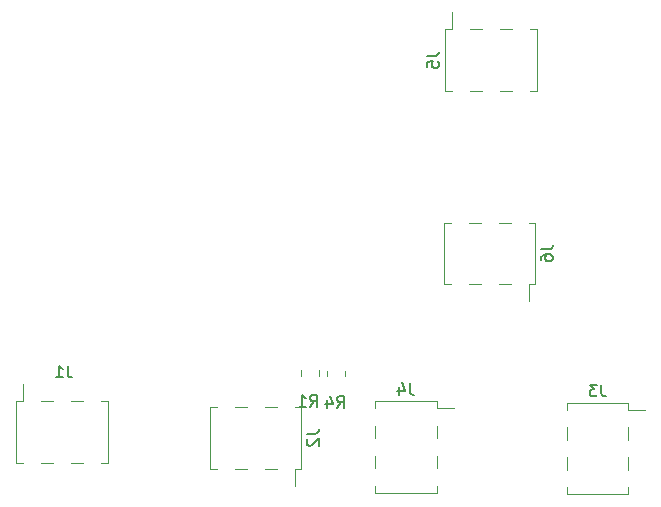
<source format=gbr>
%TF.GenerationSoftware,KiCad,Pcbnew,(5.1.12)-1*%
%TF.CreationDate,2022-11-07T03:47:31-06:00*%
%TF.ProjectId,perovskite_contact_board,7065726f-7673-46b6-9974-655f636f6e74,rev?*%
%TF.SameCoordinates,Original*%
%TF.FileFunction,Legend,Bot*%
%TF.FilePolarity,Positive*%
%FSLAX46Y46*%
G04 Gerber Fmt 4.6, Leading zero omitted, Abs format (unit mm)*
G04 Created by KiCad (PCBNEW (5.1.12)-1) date 2022-11-07 03:47:31*
%MOMM*%
%LPD*%
G01*
G04 APERTURE LIST*
%ADD10C,0.120000*%
%ADD11C,0.150000*%
G04 APERTURE END LIST*
D10*
%TO.C,R1*%
X196902400Y-77723636D02*
X196902400Y-78177764D01*
X198372400Y-77723636D02*
X198372400Y-78177764D01*
%TO.C,R4*%
X200582200Y-77749036D02*
X200582200Y-78203164D01*
X199112200Y-77749036D02*
X199112200Y-78203164D01*
%TO.C,J1*%
X177417000Y-85516000D02*
X178437000Y-85516000D01*
X177417000Y-80316000D02*
X178437000Y-80316000D01*
X174877000Y-85516000D02*
X175897000Y-85516000D01*
X174877000Y-80316000D02*
X175897000Y-80316000D01*
X179957000Y-85516000D02*
X180527000Y-85516000D01*
X179957000Y-80316000D02*
X180527000Y-80316000D01*
X172787000Y-85516000D02*
X173357000Y-85516000D01*
X172787000Y-80316000D02*
X173357000Y-80316000D01*
X173357000Y-78876000D02*
X173357000Y-80316000D01*
X180527000Y-80316000D02*
X180527000Y-85516000D01*
X172787000Y-80316000D02*
X172787000Y-85516000D01*
%TO.C,J2*%
X196910000Y-86024000D02*
X196910000Y-80824000D01*
X189170000Y-86024000D02*
X189170000Y-80824000D01*
X196340000Y-87464000D02*
X196340000Y-86024000D01*
X196910000Y-86024000D02*
X196340000Y-86024000D01*
X196910000Y-80824000D02*
X196340000Y-80824000D01*
X189740000Y-86024000D02*
X189170000Y-86024000D01*
X189740000Y-80824000D02*
X189170000Y-80824000D01*
X194820000Y-86024000D02*
X193800000Y-86024000D01*
X194820000Y-80824000D02*
X193800000Y-80824000D01*
X192280000Y-86024000D02*
X191260000Y-86024000D01*
X192280000Y-80824000D02*
X191260000Y-80824000D01*
%TO.C,J3*%
X219381000Y-85088000D02*
X219381000Y-86108000D01*
X224581000Y-85088000D02*
X224581000Y-86108000D01*
X219381000Y-82548000D02*
X219381000Y-83568000D01*
X224581000Y-82548000D02*
X224581000Y-83568000D01*
X219381000Y-87628000D02*
X219381000Y-88198000D01*
X224581000Y-87628000D02*
X224581000Y-88198000D01*
X219381000Y-80458000D02*
X219381000Y-81028000D01*
X224581000Y-80458000D02*
X224581000Y-81028000D01*
X226021000Y-81028000D02*
X224581000Y-81028000D01*
X224581000Y-88198000D02*
X219381000Y-88198000D01*
X224581000Y-80458000D02*
X219381000Y-80458000D01*
%TO.C,J4*%
X208355000Y-80331000D02*
X203155000Y-80331000D01*
X208355000Y-88071000D02*
X203155000Y-88071000D01*
X209795000Y-80901000D02*
X208355000Y-80901000D01*
X208355000Y-80331000D02*
X208355000Y-80901000D01*
X203155000Y-80331000D02*
X203155000Y-80901000D01*
X208355000Y-87501000D02*
X208355000Y-88071000D01*
X203155000Y-87501000D02*
X203155000Y-88071000D01*
X208355000Y-82421000D02*
X208355000Y-83441000D01*
X203155000Y-82421000D02*
X203155000Y-83441000D01*
X208355000Y-84961000D02*
X208355000Y-85981000D01*
X203155000Y-84961000D02*
X203155000Y-85981000D01*
%TO.C,J5*%
X213739000Y-54035000D02*
X214759000Y-54035000D01*
X213739000Y-48835000D02*
X214759000Y-48835000D01*
X211199000Y-54035000D02*
X212219000Y-54035000D01*
X211199000Y-48835000D02*
X212219000Y-48835000D01*
X216279000Y-54035000D02*
X216849000Y-54035000D01*
X216279000Y-48835000D02*
X216849000Y-48835000D01*
X209109000Y-54035000D02*
X209679000Y-54035000D01*
X209109000Y-48835000D02*
X209679000Y-48835000D01*
X209679000Y-47395000D02*
X209679000Y-48835000D01*
X216849000Y-48835000D02*
X216849000Y-54035000D01*
X209109000Y-48835000D02*
X209109000Y-54035000D01*
%TO.C,J6*%
X216722000Y-70403000D02*
X216722000Y-65203000D01*
X208982000Y-70403000D02*
X208982000Y-65203000D01*
X216152000Y-71843000D02*
X216152000Y-70403000D01*
X216722000Y-70403000D02*
X216152000Y-70403000D01*
X216722000Y-65203000D02*
X216152000Y-65203000D01*
X209552000Y-70403000D02*
X208982000Y-70403000D01*
X209552000Y-65203000D02*
X208982000Y-65203000D01*
X214632000Y-70403000D02*
X213612000Y-70403000D01*
X214632000Y-65203000D02*
X213612000Y-65203000D01*
X212092000Y-70403000D02*
X211072000Y-70403000D01*
X212092000Y-65203000D02*
X211072000Y-65203000D01*
%TO.C,R1*%
D11*
X197666906Y-80790680D02*
X198000240Y-80314490D01*
X198238335Y-80790680D02*
X198238335Y-79790680D01*
X197857382Y-79790680D01*
X197762144Y-79838300D01*
X197714525Y-79885919D01*
X197666906Y-79981157D01*
X197666906Y-80124014D01*
X197714525Y-80219252D01*
X197762144Y-80266871D01*
X197857382Y-80314490D01*
X198238335Y-80314490D01*
X196714525Y-80790680D02*
X197285954Y-80790680D01*
X197000240Y-80790680D02*
X197000240Y-79790680D01*
X197095478Y-79933538D01*
X197190716Y-80028776D01*
X197285954Y-80076395D01*
%TO.C,R4*%
X199927506Y-80894180D02*
X200260840Y-80417990D01*
X200498935Y-80894180D02*
X200498935Y-79894180D01*
X200117982Y-79894180D01*
X200022744Y-79941800D01*
X199975125Y-79989419D01*
X199927506Y-80084657D01*
X199927506Y-80227514D01*
X199975125Y-80322752D01*
X200022744Y-80370371D01*
X200117982Y-80417990D01*
X200498935Y-80417990D01*
X199070363Y-80227514D02*
X199070363Y-80894180D01*
X199308459Y-79846561D02*
X199546554Y-80560847D01*
X198927506Y-80560847D01*
%TO.C,J1*%
X177117333Y-77303380D02*
X177117333Y-78017666D01*
X177164952Y-78160523D01*
X177260190Y-78255761D01*
X177403047Y-78303380D01*
X177498285Y-78303380D01*
X176117333Y-78303380D02*
X176688761Y-78303380D01*
X176403047Y-78303380D02*
X176403047Y-77303380D01*
X176498285Y-77446238D01*
X176593523Y-77541476D01*
X176688761Y-77589095D01*
%TO.C,J2*%
X197362380Y-83090666D02*
X198076666Y-83090666D01*
X198219523Y-83043047D01*
X198314761Y-82947809D01*
X198362380Y-82804952D01*
X198362380Y-82709714D01*
X197457619Y-83519238D02*
X197410000Y-83566857D01*
X197362380Y-83662095D01*
X197362380Y-83900190D01*
X197410000Y-83995428D01*
X197457619Y-84043047D01*
X197552857Y-84090666D01*
X197648095Y-84090666D01*
X197790952Y-84043047D01*
X198362380Y-83471619D01*
X198362380Y-84090666D01*
%TO.C,J3*%
X222314333Y-78910380D02*
X222314333Y-79624666D01*
X222361952Y-79767523D01*
X222457190Y-79862761D01*
X222600047Y-79910380D01*
X222695285Y-79910380D01*
X221933380Y-78910380D02*
X221314333Y-78910380D01*
X221647666Y-79291333D01*
X221504809Y-79291333D01*
X221409571Y-79338952D01*
X221361952Y-79386571D01*
X221314333Y-79481809D01*
X221314333Y-79719904D01*
X221361952Y-79815142D01*
X221409571Y-79862761D01*
X221504809Y-79910380D01*
X221790523Y-79910380D01*
X221885761Y-79862761D01*
X221933380Y-79815142D01*
%TO.C,J4*%
X206088333Y-78783380D02*
X206088333Y-79497666D01*
X206135952Y-79640523D01*
X206231190Y-79735761D01*
X206374047Y-79783380D01*
X206469285Y-79783380D01*
X205183571Y-79116714D02*
X205183571Y-79783380D01*
X205421666Y-78735761D02*
X205659761Y-79450047D01*
X205040714Y-79450047D01*
%TO.C,J5*%
X207561380Y-51101666D02*
X208275666Y-51101666D01*
X208418523Y-51054047D01*
X208513761Y-50958809D01*
X208561380Y-50815952D01*
X208561380Y-50720714D01*
X207561380Y-52054047D02*
X207561380Y-51577857D01*
X208037571Y-51530238D01*
X207989952Y-51577857D01*
X207942333Y-51673095D01*
X207942333Y-51911190D01*
X207989952Y-52006428D01*
X208037571Y-52054047D01*
X208132809Y-52101666D01*
X208370904Y-52101666D01*
X208466142Y-52054047D01*
X208513761Y-52006428D01*
X208561380Y-51911190D01*
X208561380Y-51673095D01*
X208513761Y-51577857D01*
X208466142Y-51530238D01*
%TO.C,J6*%
X217174380Y-67469666D02*
X217888666Y-67469666D01*
X218031523Y-67422047D01*
X218126761Y-67326809D01*
X218174380Y-67183952D01*
X218174380Y-67088714D01*
X217174380Y-68374428D02*
X217174380Y-68183952D01*
X217222000Y-68088714D01*
X217269619Y-68041095D01*
X217412476Y-67945857D01*
X217602952Y-67898238D01*
X217983904Y-67898238D01*
X218079142Y-67945857D01*
X218126761Y-67993476D01*
X218174380Y-68088714D01*
X218174380Y-68279190D01*
X218126761Y-68374428D01*
X218079142Y-68422047D01*
X217983904Y-68469666D01*
X217745809Y-68469666D01*
X217650571Y-68422047D01*
X217602952Y-68374428D01*
X217555333Y-68279190D01*
X217555333Y-68088714D01*
X217602952Y-67993476D01*
X217650571Y-67945857D01*
X217745809Y-67898238D01*
%TD*%
M02*

</source>
